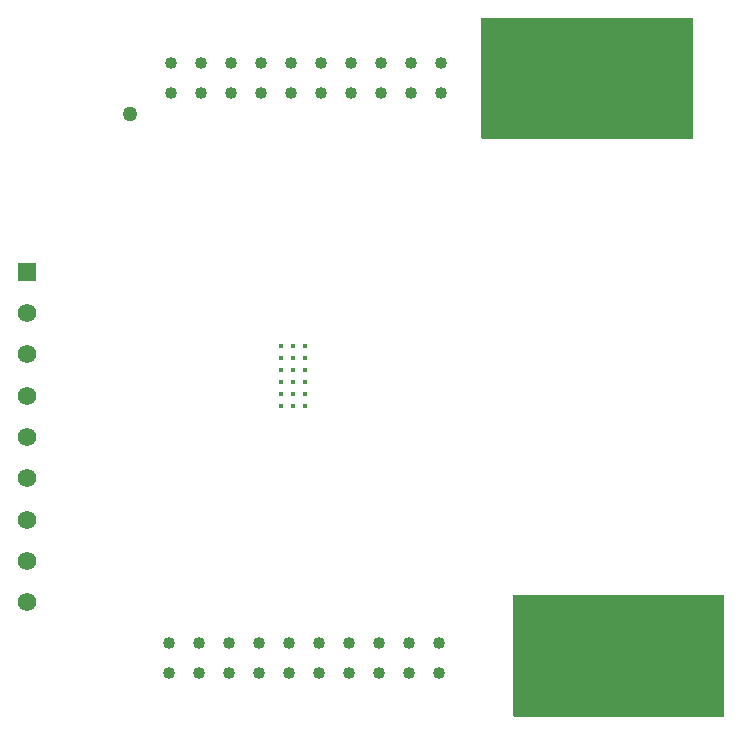
<source format=gbr>
%TF.GenerationSoftware,Altium Limited,Altium Designer,22.9.1 (49)*%
G04 Layer_Physical_Order=2*
G04 Layer_Color=16711680*
%FSLAX25Y25*%
%MOIN*%
%TF.SameCoordinates,3D4AB22D-4464-4A1E-8ED4-CD8DD9DE0D00*%
%TF.FilePolarity,Positive*%
%TF.FileFunction,Copper,L2,Bot,Signal*%
%TF.Part,Single*%
G01*
G75*
%TA.AperFunction,ComponentPad*%
%ADD28C,0.04016*%
%ADD29C,0.06165*%
%ADD30R,0.06165X0.06165*%
%TA.AperFunction,ViaPad*%
%ADD31C,0.01575*%
%ADD32C,0.05000*%
G36*
X301000Y46000D02*
X231000D01*
X230500Y46500D01*
Y86500D01*
X301000D01*
Y46000D01*
D02*
G37*
G36*
X290500Y238500D02*
X220500D01*
X220000Y239000D01*
Y279000D01*
X290500D01*
Y238500D01*
D02*
G37*
D28*
X206000Y60500D02*
D03*
X196000D02*
D03*
X186000D02*
D03*
X176000D02*
D03*
X166000D02*
D03*
X156000D02*
D03*
X146000D02*
D03*
X136000D02*
D03*
X126000D02*
D03*
X116000D02*
D03*
X206000Y70500D02*
D03*
X196000D02*
D03*
X186000D02*
D03*
X176000D02*
D03*
X166000D02*
D03*
X156000D02*
D03*
X146000D02*
D03*
X136000D02*
D03*
X126000D02*
D03*
X116000D02*
D03*
X206417Y254000D02*
D03*
X196417D02*
D03*
X186417D02*
D03*
X176417D02*
D03*
X166417D02*
D03*
X156417D02*
D03*
X146417D02*
D03*
X136417D02*
D03*
X126417D02*
D03*
X116417D02*
D03*
X206417Y264000D02*
D03*
X196417D02*
D03*
X186417D02*
D03*
X176417D02*
D03*
X166417D02*
D03*
X156417D02*
D03*
X146417D02*
D03*
X136417D02*
D03*
X126417D02*
D03*
X116417D02*
D03*
D29*
X68500Y125382D02*
D03*
Y139161D02*
D03*
Y152941D02*
D03*
Y166720D02*
D03*
Y180500D02*
D03*
Y84043D02*
D03*
Y97823D02*
D03*
Y111602D02*
D03*
D30*
Y194280D02*
D03*
D31*
X157295Y161469D02*
D03*
X161232D02*
D03*
X157295Y157531D02*
D03*
X161232D02*
D03*
X157295Y153595D02*
D03*
X161232D02*
D03*
Y165405D02*
D03*
X157295D02*
D03*
X161232Y149657D02*
D03*
X157295D02*
D03*
X153358D02*
D03*
Y165405D02*
D03*
Y153595D02*
D03*
Y157531D02*
D03*
Y161469D02*
D03*
X153358Y169343D02*
D03*
X157295D02*
D03*
X161232D02*
D03*
D32*
X103000Y247000D02*
D03*
%TF.MD5,24b1232e81d79ae964ea440871f99b88*%
M02*

</source>
